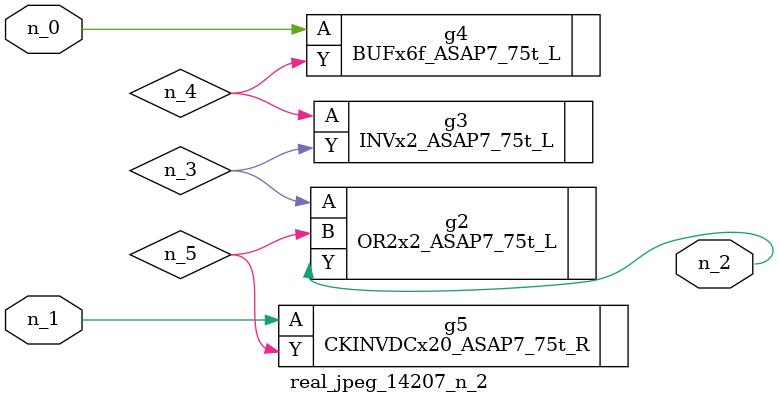
<source format=v>
module real_jpeg_14207_n_2 (n_1, n_0, n_2);

input n_1;
input n_0;

output n_2;

wire n_5;
wire n_4;
wire n_3;

BUFx6f_ASAP7_75t_L g4 ( 
.A(n_0),
.Y(n_4)
);

CKINVDCx20_ASAP7_75t_R g5 ( 
.A(n_1),
.Y(n_5)
);

OR2x2_ASAP7_75t_L g2 ( 
.A(n_3),
.B(n_5),
.Y(n_2)
);

INVx2_ASAP7_75t_L g3 ( 
.A(n_4),
.Y(n_3)
);


endmodule
</source>
